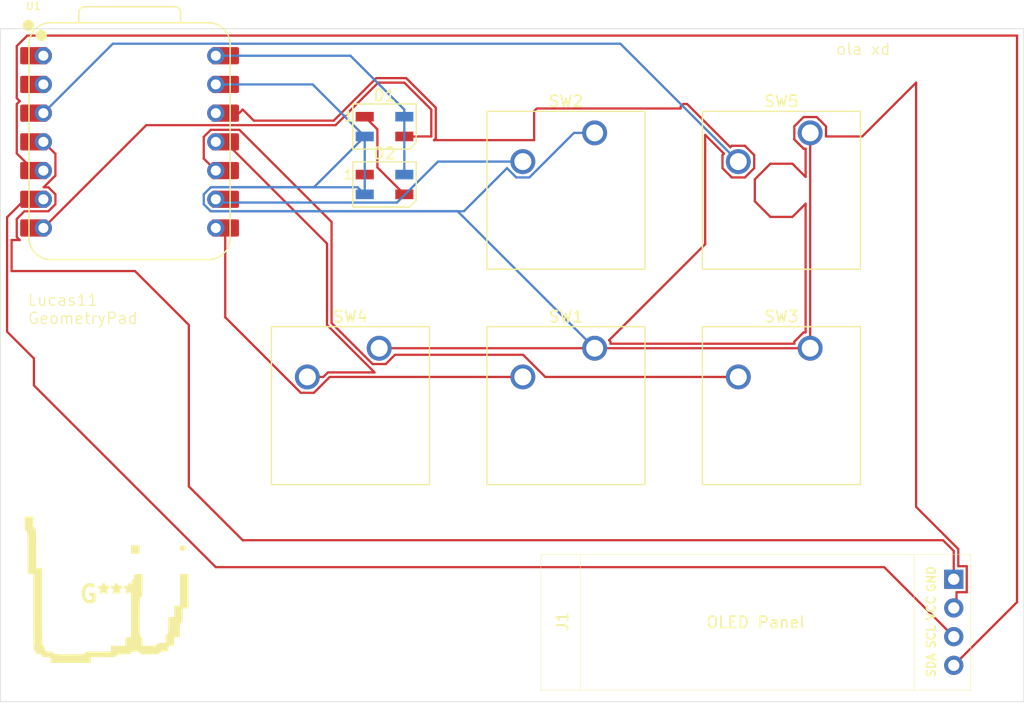
<source format=kicad_pcb>
(kicad_pcb (version 20241229) (generator "pcbnew") (generator_version "9.0")
  (layers (0 "F.Cu" signal) (2 "B.Cu" signal) (13 "F.Paste" user) (15 "B.Paste" user) (5 "F.SilkS" user "F.Silkscreen") (7 "B.SilkS" user "B.Silkscreen") (1 "F.Mask" user) (3 "B.Mask" user) (25 "Edge.Cuts" user))
  (net 0 "")
  (net 1 "Net-(D1-DOUT)")
  (net 2 "+5V")
  (net 3 "Net-(D1-DIN)")
  (net 4 "GND")
  (net 6 "Net-(U1-GPIO1{slash}RX)")
  (net 7 "Net-(U1-GPIO2{slash}SCK)")
  (net 8 "Net-(U1-GPIO4{slash}MISO)")
  (net 9 "Net-(U1-GPIO3{slash}MOSI)")
  (net 12 "Net-(J1-Pin_2)")
  (net 13 "Net-(J1-Pin_1)")
  (net 14 "Net-(J1-Pin_4)")
  (net 15 "Net-(J1-Pin_3)")
  (net 16 "Net-(U1-GPIO28{slash}ADC2{slash}A2)")
  (footprint "LED_SMD:LED_SK6812MINI_PLCC4_3.5x3.5mm_P1.75mm" (layer "F.Cu") (at 45.875 20.55625)
    (property "Reference" "D1" (at 0 -2.75 0) (layer "F.SilkS"))
    (property "Value" "SK6812MINI")
    (fp_line (start -2.8 -2) (end -2.8 2) (stroke (width 0.12)) (layer "F.SilkS"))
    (fp_line (start -2.8 -2) (end 2.8 -2) (stroke (width 0.12)) (layer "F.SilkS"))
    (fp_line (start -2.8 2) (end 2.2 2) (stroke (width 0.12)) (layer "F.SilkS"))
    (fp_line (start 2.8 1.4) (end 2.2 2) (stroke (width 0.12)) (layer "F.SilkS"))
    (fp_line (start 2.8 1.4) (end 2.8 -2) (stroke (width 0.12)) (layer "F.SilkS"))
    (fp_text user "1" (at -3.2 -0.875 0) (layer "F.SilkS") (effects (font (size 0.8 0.8))))
    (pad "1" smd rect (at -1.75 -0.875) (size 1.6 0.85) (layers "F.Cu" "F.Mask" "F.Paste") (net 1 "Net-(D1-DOUT)"))
    (pad "2" smd rect (at -1.75 0.875) (size 1.6 0.85) (layers "F.Mask" "B.Cu" "F.Paste") (net 4 "GND"))
    (pad "3" smd rect (at 1.75 0.875) (size 1.6 0.85) (layers "F.Cu" "F.Mask" "F.Paste") (net 3 "Net-(D1-DIN)"))
    (pad "4" smd rect (at 1.75 -0.875) (size 1.6 0.85) (layers "F.Mask" "B.Cu" "F.Paste") (net 2 "+5V"))
  )
  (footprint "Button_Switch_Keyboard:SW_Cherry_MX_1.00u_PCB" (layer "F.Cu") (at 64.4525 21.11375)
    (property "Reference" "SW2" (at -2.54 -2.794 0) (layer "F.SilkS"))
    (property "Value" "SW_Push")
    (fp_line (start -9.525 -1.905) (end 4.445 -1.905) (stroke (width 0.12)) (layer "F.SilkS"))
    (fp_line (start -9.525 12.065) (end -9.525 -1.905) (stroke (width 0.12)) (layer "F.SilkS"))
    (fp_line (start 4.445 -1.905) (end 4.445 12.065) (stroke (width 0.12)) (layer "F.SilkS"))
    (fp_line (start 4.445 12.065) (end -9.525 12.065) (stroke (width 0.12)) (layer "F.SilkS"))
    (pad "" np_thru_hole circle (at -7.62 5.08) (size 1.7 1.7) (drill 1.7) (layers "*.Cu" "*.Mask"))
    (pad "" np_thru_hole circle (at -2.54 5.08) (size 4 4) (drill 4) (layers "*.Cu" "*.Mask"))
    (pad "" np_thru_hole circle (at 2.54 5.08) (size 1.7 1.7) (drill 1.7) (layers "*.Cu" "*.Mask"))
    (pad "1" thru_hole circle (at 0 0) (size 2.2 2.2) (drill 1.5) (layers "*.Cu" "*.Mask") (net 4 "GND"))
    (pad "2" thru_hole circle (at -6.35 2.54) (size 2.2 2.2) (drill 1.5) (layers "*.Cu" "*.Mask") (net 7 "Net-(U1-GPIO2{slash}SCK)"))
  )
  (footprint "Button_Switch_Keyboard:SW_Cherry_MX_1.00u_PCB" (layer "F.Cu") (at 64.4525 40.16375)
    (property "Reference" "SW1" (at -2.54 -2.794 0) (layer "F.SilkS"))
    (property "Value" "SW_Push")
    (fp_line (start -9.525 -1.905) (end 4.445 -1.905) (stroke (width 0.12)) (layer "F.SilkS"))
    (fp_line (start -9.525 12.065) (end -9.525 -1.905) (stroke (width 0.12)) (layer "F.SilkS"))
    (fp_line (start 4.445 -1.905) (end 4.445 12.065) (stroke (width 0.12)) (layer "F.SilkS"))
    (fp_line (start 4.445 12.065) (end -9.525 12.065) (stroke (width 0.12)) (layer "F.SilkS"))
    (pad "" np_thru_hole circle (at -7.62 5.08) (size 1.7 1.7) (drill 1.7) (layers "*.Cu" "*.Mask"))
    (pad "" np_thru_hole circle (at -2.54 5.08) (size 4 4) (drill 4) (layers "*.Cu" "*.Mask"))
    (pad "" np_thru_hole circle (at 2.54 5.08) (size 1.7 1.7) (drill 1.7) (layers "*.Cu" "*.Mask"))
    (pad "1" thru_hole circle (at 0 0) (size 2.2 2.2) (drill 1.5) (layers "*.Cu" "*.Mask") (net 4 "GND"))
    (pad "2" thru_hole circle (at -6.35 2.54) (size 2.2 2.2) (drill 1.5) (layers "*.Cu" "*.Mask") (net 6 "Net-(U1-GPIO1{slash}RX)"))
  )
  (footprint "Button_Switch_Keyboard:SW_Cherry_MX_1.00u_PCB" (layer "F.Cu") (at 45.4025 40.16375)
    (property "Reference" "SW4" (at -2.54 -2.794 0) (layer "F.SilkS"))
    (property "Value" "SW_Push")
    (fp_line (start -9.525 -1.905) (end 4.445 -1.905) (stroke (width 0.12)) (layer "F.SilkS"))
    (fp_line (start -9.525 12.065) (end -9.525 -1.905) (stroke (width 0.12)) (layer "F.SilkS"))
    (fp_line (start 4.445 -1.905) (end 4.445 12.065) (stroke (width 0.12)) (layer "F.SilkS"))
    (fp_line (start 4.445 12.065) (end -9.525 12.065) (stroke (width 0.12)) (layer "F.SilkS"))
    (pad "" np_thru_hole circle (at -7.62 5.08) (size 1.7 1.7) (drill 1.7) (layers "*.Cu" "*.Mask"))
    (pad "" np_thru_hole circle (at -2.54 5.08) (size 4 4) (drill 4) (layers "*.Cu" "*.Mask"))
    (pad "" np_thru_hole circle (at 2.54 5.08) (size 1.7 1.7) (drill 1.7) (layers "*.Cu" "*.Mask"))
    (pad "1" thru_hole circle (at 0 0) (size 2.2 2.2) (drill 1.5) (layers "*.Cu" "*.Mask") (net 4 "GND"))
    (pad "2" thru_hole circle (at -6.35 2.54) (size 2.2 2.2) (drill 1.5) (layers "*.Cu" "*.Mask") (net 9 "Net-(U1-GPIO3{slash}MOSI)"))
  )
  (footprint "OLED_Screen:SSD1306-0.91-OLED-4pin-128x32" (layer "F.Cu") (at 59.69625 58.40875)
    (property "Reference" "J1" (at 1.9 5.91 90) (layer "F.SilkS"))
    (property "Value" "Conn_01x04_MountingPin")
    (fp_line (start 0 0) (end 0 12) (stroke (width 0.04)) (layer "F.SilkS"))
    (fp_line (start 0 12) (end 38 12) (stroke (width 0.04)) (layer "F.SilkS"))
    (fp_line (start 3.5 0) (end 3.5 12) (stroke (width 0.04)) (layer "F.SilkS"))
    (fp_line (start 33 0) (end 33 12) (stroke (width 0.04)) (layer "F.SilkS"))
    (fp_line (start 38 0) (end 0 0) (stroke (width 0.04)) (layer "F.SilkS"))
    (fp_line (start 38 12) (end 38 0) (stroke (width 0.04)) (layer "F.SilkS"))
    (fp_text user "OLED Panel" (at 19 6 0) (layer "F.SilkS"))
    (fp_text user "GND" (at 34.5 2.19 270) (layer "F.SilkS") (effects (font (size 0.75 0.75))))
    (fp_text user "VCC" (at 34.5 4.73 270) (layer "F.SilkS") (effects (font (size 0.75 0.75))))
    (fp_text user "SDA" (at 34.5 9.81 270) (layer "F.SilkS") (effects (font (size 0.75 0.75))))
    (fp_text user "SCL" (at 34.5 7.27 270) (layer "F.SilkS") (effects (font (size 0.75 0.75))))
    (pad "1" thru_hole rect (at 36.5 2.19) (size 1.7 1.7) (drill 1) (layers "*.Cu" "*.Mask") (net 13 "Net-(J1-Pin_1)"))
    (pad "2" thru_hole oval (at 36.5 4.73) (size 1.7 1.7) (drill 1) (layers "*.Cu" "*.Mask") (net 12 "Net-(J1-Pin_2)"))
    (pad "3" thru_hole oval (at 36.5 7.27) (size 1.7 1.7) (drill 1) (layers "*.Cu" "*.Mask") (net 15 "Net-(J1-Pin_3)"))
    (pad "4" thru_hole oval (at 36.5 9.81) (size 1.7 1.7) (drill 1) (layers "*.Cu" "*.Mask") (net 14 "Net-(J1-Pin_4)"))
  )
  (footprint "OPL:XIAO-RP2040-DIP" (layer "F.Cu") (at 23.33625 21.9075)
    (property "Reference" "U1" (at -8.5 -12 0) (layer "F.SilkS") (effects (font (size 0.635 0.635) (thickness 0.1016))))
    (property "Value" "XIAO-RP2040-DIP")
    (fp_line (start -8.89 8.509) (end -8.89 -8.636) (stroke (width 0.127)) (layer "F.SilkS"))
    (fp_line (start -6.985 10.414) (end 6.985 10.414) (stroke (width 0.127)) (layer "F.SilkS"))
    (fp_line (start -4.495 -10.541) (end -4.491272 -11.451272) (stroke (width 0.127)) (layer "F.SilkS"))
    (fp_line (start -3.991272 -11.951) (end 4.004 -11.951) (stroke (width 0.127)) (layer "F.SilkS"))
    (fp_line (start 4.504 -11.451) (end 4.504 -10.541) (stroke (width 0.127)) (layer "F.SilkS"))
    (fp_line (start 6.985 -10.541) (end -6.985 -10.541) (stroke (width 0.1)) (layer "F.SilkS"))
    (fp_line (start 6.985 -10.541) (end -6.985 -10.541) (stroke (width 0.127)) (layer "F.SilkS"))
    (fp_line (start 8.89 8.509) (end 8.89 -8.636) (stroke (width 0.127)) (layer "F.SilkS"))
    (fp_arc (start -8.89 -8.636) (mid -8.332038 -9.983038) (end -6.985 -10.541) (stroke (width 0.127)) (layer "F.SilkS"))
    (fp_arc (start -6.985 10.414) (mid -8.332038 9.856038) (end -8.89 8.509) (stroke (width 0.127)) (layer "F.SilkS"))
    (fp_arc (start -4.491272 -11.451272) (mid -4.344728 -11.80464) (end -3.991272 -11.951) (stroke (width 0.127)) (layer "F.SilkS"))
    (fp_arc (start 4.004 -11.951) (mid 4.357553 -11.804553) (end 4.504 -11.451) (stroke (width 0.127)) (layer "F.SilkS"))
    (fp_arc (start 6.985 -10.541) (mid 8.332038 -9.983038) (end 8.89 -8.636) (stroke (width 0.127)) (layer "F.SilkS"))
    (fp_arc (start 8.89 8.509) (mid 8.332038 9.856038) (end 6.985 10.414) (stroke (width 0.127)) (layer "F.SilkS"))
    (fp_circle (center -8.95 -10.3) (end -8.95 -10.554) (stroke (width 0.5)) (fill yes) (layer "F.SilkS"))
    (fp_circle (center -7.807 -9.42) (end -7.807 -9.674) (stroke (width 0.5)) (fill yes) (layer "F.SilkS"))
    (pad "1" smd roundrect (at -8.455 -7.62 180) (size 2.432 1.524) (layers "F.Cu" "F.Mask") (roundrect_rratio 0.1))
    (pad "1" thru_hole circle (at -7.62 -7.62 180) (size 1.524 1.524) (drill 0.889) (layers "*.Cu" "*.Mask"))
    (pad "2" smd roundrect (at -8.455 -5.08 180) (size 2.432 1.524) (layers "F.Cu" "F.Mask") (roundrect_rratio 0.1))
    (pad "2" thru_hole circle (at -7.62 -5.08 180) (size 1.524 1.524) (drill 0.889) (layers "*.Cu" "*.Mask"))
    (pad "3" smd roundrect (at -8.455 -2.54 180) (size 2.432 1.524) (layers "F.Cu" "F.Mask") (roundrect_rratio 0.1) (net 16 "Net-(U1-GPIO28{slash}ADC2{slash}A2)"))
    (pad "3" thru_hole circle (at -7.62 -2.54 180) (size 1.524 1.524) (drill 0.889) (layers "*.Cu" "*.Mask") (net 16 "Net-(U1-GPIO28{slash}ADC2{slash}A2)"))
    (pad "4" smd roundrect (at -8.455 0 180) (size 2.432 1.524) (layers "F.Cu" "F.Mask") (roundrect_rratio 0.1) (net 13 "Net-(J1-Pin_1)"))
    (pad "4" thru_hole circle (at -7.62 0 180) (size 1.524 1.524) (drill 0.889) (layers "*.Cu" "*.Mask") (net 13 "Net-(J1-Pin_1)"))
    (pad "5" smd roundrect (at -8.455 2.54 180) (size 2.432 1.524) (layers "F.Cu" "F.Mask") (roundrect_rratio 0.1) (net 14 "Net-(J1-Pin_4)"))
    (pad "5" thru_hole circle (at -7.62 2.54 180) (size 1.524 1.524) (drill 0.889) (layers "*.Cu" "*.Mask") (net 14 "Net-(J1-Pin_4)"))
    (pad "6" smd roundrect (at -8.455 5.08 180) (size 2.432 1.524) (layers "F.Cu" "F.Mask") (roundrect_rratio 0.1) (net 15 "Net-(J1-Pin_3)"))
    (pad "6" thru_hole circle (at -7.62 5.08 180) (size 1.524 1.524) (drill 0.889) (layers "*.Cu" "*.Mask") (net 15 "Net-(J1-Pin_3)"))
    (pad "7" smd roundrect (at -8.455 7.62 180) (size 2.432 1.524) (layers "F.Cu" "F.Mask") (roundrect_rratio 0.1) (net 3 "Net-(D1-DIN)"))
    (pad "7" thru_hole circle (at -7.62 7.62 180) (size 1.524 1.524) (drill 0.889) (layers "*.Cu" "*.Mask") (net 3 "Net-(D1-DIN)"))
    (pad "8" thru_hole circle (at 7.62 7.62) (size 1.524 1.524) (drill 0.889) (layers "*.Cu" "*.Mask") (net 6 "Net-(U1-GPIO1{slash}RX)"))
    (pad "8" smd roundrect (at 8.455 7.62) (size 2.432 1.524) (layers "F.Cu" "F.Mask") (roundrect_rratio 0.1) (net 6 "Net-(U1-GPIO1{slash}RX)"))
    (pad "9" thru_hole circle (at 7.62 5.08) (size 1.524 1.524) (drill 0.889) (layers "*.Cu" "*.Mask") (net 7 "Net-(U1-GPIO2{slash}SCK)"))
    (pad "9" smd roundrect (at 8.455 5.08) (size 2.432 1.524) (layers "F.Cu" "F.Mask") (roundrect_rratio 0.1) (net 7 "Net-(U1-GPIO2{slash}SCK)"))
    (pad "10" thru_hole circle (at 7.62 2.54) (size 1.524 1.524) (drill 0.889) (layers "*.Cu" "*.Mask") (net 8 "Net-(U1-GPIO4{slash}MISO)"))
    (pad "10" smd roundrect (at 8.455 2.54) (size 2.432 1.524) (layers "F.Cu" "F.Mask") (roundrect_rratio 0.1) (net 8 "Net-(U1-GPIO4{slash}MISO)"))
    (pad "11" thru_hole circle (at 7.62 0) (size 1.524 1.524) (drill 0.889) (layers "*.Cu" "*.Mask") (net 9 "Net-(U1-GPIO3{slash}MOSI)"))
    (pad "11" smd roundrect (at 8.455 0) (size 2.432 1.524) (layers "F.Cu" "F.Mask") (roundrect_rratio 0.1) (net 9 "Net-(U1-GPIO3{slash}MOSI)"))
    (pad "12" thru_hole circle (at 7.62 -2.54) (size 1.524 1.524) (drill 0.889) (layers "*.Cu" "*.Mask") (net 12 "Net-(J1-Pin_2)"))
    (pad "12" smd roundrect (at 8.455 -2.54) (size 2.432 1.524) (layers "F.Cu" "F.Mask") (roundrect_rratio 0.1) (net 12 "Net-(J1-Pin_2)"))
    (pad "13" thru_hole circle (at 7.62 -5.08) (size 1.524 1.524) (drill 0.889) (layers "*.Cu" "*.Mask") (net 4 "GND"))
    (pad "13" smd roundrect (at 8.455 -5.08) (size 2.432 1.524) (layers "F.Cu" "F.Mask") (roundrect_rratio 0.1) (net 4 "GND"))
    (pad "14" thru_hole circle (at 7.62 -7.62) (size 1.524 1.524) (drill 0.889) (layers "*.Cu" "*.Mask") (net 2 "+5V"))
    (pad "14" smd roundrect (at 8.455 -7.62) (size 2.432 1.524) (layers "F.Cu" "F.Mask") (roundrect_rratio 0.1) (net 2 "+5V"))
  )
  (footprint "Button_Switch_Keyboard:SW_Cherry_MX_1.00u_PCB" (layer "F.Cu") (at 83.5025 40.16375)
    (property "Reference" "SW3" (at -2.54 -2.794 0) (layer "F.SilkS"))
    (property "Value" "SW_Push")
    (fp_line (start -9.525 -1.905) (end 4.445 -1.905) (stroke (width 0.12)) (layer "F.SilkS"))
    (fp_line (start -9.525 12.065) (end -9.525 -1.905) (stroke (width 0.12)) (layer "F.SilkS"))
    (fp_line (start 4.445 -1.905) (end 4.445 12.065) (stroke (width 0.12)) (layer "F.SilkS"))
    (fp_line (start 4.445 12.065) (end -9.525 12.065) (stroke (width 0.12)) (layer "F.SilkS"))
    (pad "" np_thru_hole circle (at -7.62 5.08) (size 1.7 1.7) (drill 1.7) (layers "*.Cu" "*.Mask"))
    (pad "" np_thru_hole circle (at -2.54 5.08) (size 4 4) (drill 4) (layers "*.Cu" "*.Mask"))
    (pad "" np_thru_hole circle (at 2.54 5.08) (size 1.7 1.7) (drill 1.7) (layers "*.Cu" "*.Mask"))
    (pad "1" thru_hole circle (at 0 0) (size 2.2 2.2) (drill 1.5) (layers "*.Cu" "*.Mask") (net 4 "GND"))
    (pad "2" thru_hole circle (at -6.35 2.54) (size 2.2 2.2) (drill 1.5) (layers "*.Cu" "*.Mask") (net 8 "Net-(U1-GPIO4{slash}MISO)"))
  )
  (footprint "LOGO" (layer "F.Cu") (at 21.43125 61.9125)
    (property "Reference" "G***" (at 0 0 0) (layer "F.SilkS") (effects (font (size 1.5 1.5) (thickness 0.3))))
    (property "Value" "LOGO" (hide yes))
    (fp_poly (pts (xy 2.794 -3.937) (xy 2.794 -3.556) (xy 2.413 -3.556) (xy 2.032 -3.556) (xy 2.032 -3.937) (xy 2.032 -4.318) (xy 2.413 -4.318) (xy 2.794 -4.318)) (fill yes) (layer "F.SilkS"))
    (fp_poly (pts (xy 6.783908 -4.297021) (xy 6.850218 -4.198061) (xy 6.858 -4.064) (xy 6.83702 -3.884092) (xy 6.73806 -3.817782) (xy 6.604 -3.81) (xy 6.424091 -3.83098) (xy 6.357781 -3.92994) (xy 6.35 -4.064) (xy 6.370979 -4.243909) (xy 6.469939 -4.310219) (xy 6.604 -4.318)) (fill yes) (layer "F.SilkS"))
    (fp_poly (pts (xy -6.604 -6.35) (xy -6.594247 -6.055028) (xy -6.559672 -5.896659) (xy -6.492303 -5.843002) (xy -6.477 -5.842) (xy -6.434127 -5.821704) (xy -6.401906 -5.747353) (xy -6.378894 -5.598756) (xy -6.363649 -5.355723) (xy -6.35473 -4.998063) (xy -6.350693 -4.505584) (xy -6.35 -4.064) (xy -6.35 -2.286) (xy -6.096 -2.286) (xy -5.842 -2.286) (xy -5.842 1.143) (xy -5.841372 2.00418) (xy -5.839124 2.710781) (xy -5.834708 3.277553) (xy -5.82758 3.719249) (xy -5.817192 4.050618) (xy -5.802998 4.286411) (xy -5.784453 4.44138) (xy -5.761009 4.530275) (xy -5.73212 4.567847) (xy -5.715 4.572) (xy -5.614174 4.647728) (xy -5.588 4.826) (xy -5.576956 4.982188) (xy -5.513186 5.056164) (xy -5.350737 5.078564) (xy -5.207 5.08) (xy -4.955878 5.09662) (xy -4.841492 5.153134) (xy -4.826 5.207) (xy -4.803839 5.254678) (xy -4.722318 5.289016) (xy -4.558881 5.312064) (xy -4.290974 5.325873) (xy -3.896041 5.332493) (xy -3.429 5.334) (xy -2.904537 5.331985) (xy -2.526818 5.324574) (xy -2.273289 5.309716) (xy -2.121394 5.285361) (xy -2.048577 5.249458) (xy -2.032 5.207) (xy -2.007888 5.154964) (xy -1.919119 5.118999) (xy -1.741049 5.096366) (xy -1.449031 5.084325) (xy -1.018421 5.08014) (xy -0.889 5.08) (xy 0.254 5.08) (xy 0.254 4.826) (xy 0.254 4.572) (xy 0.889 4.572) (xy 1.524 4.572) (xy 1.524 4.191) (xy 1.531363 3.956717) (xy 1.573876 3.845753) (xy 1.682175 3.812153) (xy 1.778 3.81) (xy 2.032 3.81) (xy 2.032 1.27) (xy 2.032911 0.538941) (xy 2.036215 -0.039844) (xy 2.042763 -0.483407) (xy 2.053409 -0.808803) (xy 2.069004 -1.033083) (xy 2.090402 -1.1733) (xy 2.118455 -1.246508) (xy 2.154016 -1.269758) (xy 2.159 -1.27) (xy 2.259826 -1.345729) (xy 2.286 -1.524) (xy 2.297044 -1.680189) (xy 2.360814 -1.754165) (xy 2.523263 -1.776565) (xy 2.667 -1.778) (xy 3.048 -1.778) (xy 3.048 -0.762) (xy 3.044815 -0.32396) (xy 3.033104 -0.029265) (xy 3.009627 0.147989) (xy 2.971147 0.233707) (xy 2.921 0.254) (xy 2.878126 0.274296) (xy 2.845905 0.348647) (xy 2.822893 0.497244) (xy 2.807648 0.740277) (xy 2.798729 1.097937) (xy 2.794692 1.590416) (xy 2.794 2.032) (xy 2.795449 2.632225) (xy 2.80076 3.083326) (xy 2.811374 3.405493) (xy 2.828734 3.618918) (xy 2.854281 3.74379) (xy 2.889458 3.800302) (xy 2.921 3.81) (xy 3.004707 3.859861) (xy 3.042836 4.029402) (xy 3.048 4.191) (xy 3.048 4.572) (xy 3.683 4.572) (xy 4.017945 4.565347) (xy 4.214554 4.541306) (xy 4.30345 4.493752) (xy 4.318 4.445) (xy 4.367861 4.361292) (xy 4.537402 4.323163) (xy 4.699 4.318) (xy 5.08 4.318) (xy 5.08 3.937) (xy 5.09662 3.685877) (xy 5.153134 3.571491) (xy 5.207 3.556) (xy 5.268958 3.526304) (xy 5.307551 3.417927) (xy 5.327601 3.20193) (xy 5.333933 2.849374) (xy 5.334 2.794) (xy 5.334 2.032) (xy 5.588 2.032) (xy 5.842 2.032) (xy 5.842 1.524) (xy 5.842 1.016) (xy 6.096 1.016) (xy 6.35 1.016) (xy 6.35 -0.381) (xy 6.35 -1.778) (xy 6.731 -1.778) (xy 7.112 -1.778) (xy 7.112 -0.254) (xy 7.112 1.27) (xy 6.858 1.27) (xy 6.604 1.27) (xy 6.604 1.905) (xy 6.597347 2.239945) (xy 6.573306 2.436554) (xy 6.525752 2.52545) (xy 6.477 2.54) (xy 6.41001 2.573263) (xy 6.370689 2.693468) (xy 6.352909 2.931238) (xy 6.35 3.175) (xy 6.35 3.81) (xy 6.096 3.81) (xy 5.939811 3.821044) (xy 5.865835 3.884814) (xy 5.843435 4.047263) (xy 5.842 4.191) (xy 5.834636 4.425282) (xy 5.792123 4.536246) (xy 5.683824 4.569846) (xy 5.588 4.572) (xy 5.408091 4.592979) (xy 5.341781 4.691939) (xy 5.334 4.826) (xy 5.322955 4.982188) (xy 5.259185 5.056164) (xy 5.096736 5.078564) (xy 4.953 5.08) (xy 4.701877 5.09662) (xy 4.587491 5.153134) (xy 4.572 5.207) (xy 4.544745 5.264995) (xy 4.444757 5.302722) (xy 4.244701 5.324087) (xy 3.917242 5.332994) (xy 3.683 5.334) (xy 3.277033 5.330106) (xy 3.012941 5.315822) (xy 2.863387 5.287243) (xy 2.801036 5.240463) (xy 2.794 5.207) (xy 2.744138 5.123292) (xy 2.574597 5.085163) (xy 2.413 5.08) (xy 2.161877 5.09662) (xy 2.047491 5.153134) (xy 2.032 5.207) (xy 1.998736 5.273989) (xy 1.878531 5.31331) (xy 1.640761 5.33109) (xy 1.397 5.334) (xy 1.062054 5.340652) (xy 0.865445 5.364693) (xy 0.776549 5.412247) (xy 0.762 5.461) (xy 0.737887 5.513035) (xy 0.649118 5.549) (xy 0.471048 5.571633) (xy 0.17903 5.583674) (xy -0.25158 5.587859) (xy -0.381 5.588) (xy -1.524 5.588) (xy -1.524 5.842) (xy -1.524 6.096) (xy -3.302 6.096) (xy -5.08 6.096) (xy -5.08 5.842) (xy -5.091045 5.685811) (xy -5.154815 5.611835) (xy -5.317264 5.589435) (xy -5.461 5.588) (xy -5.712123 5.571379) (xy -5.826509 5.514865) (xy -5.842 5.461) (xy -5.917729 5.360173) (xy -6.096 5.334) (xy -6.297653 5.296135) (xy -6.35 5.207) (xy -6.417773 5.094751) (xy -6.477 5.08) (xy -6.508896 5.06304) (xy -6.535066 5.002329) (xy -6.556058 4.883115) (xy -6.572417 4.690647) (xy -6.58469 4.410174) (xy -6.593423 4.026945) (xy -6.599163 3.52621) (xy -6.602455 2.893218) (xy -6.603847 2.113217) (xy -6.604 1.651) (xy -6.604 -1.778) (xy -6.858 -1.778) (xy -7.112 -1.778) (xy -7.112 -3.683) (xy -7.113323 -4.3067) (xy -7.11816 -4.78063) (xy -7.127815 -5.124341) (xy -7.143591 -5.357381) (xy -7.166791 -5.499302) (xy -7.198718 -5.569651) (xy -7.239 -5.588) (xy -7.30599 -5.621264) (xy -7.345311 -5.741469) (xy -7.363091 -5.979239) (xy -7.366 -6.223) (xy -7.366 -6.858) (xy -6.985 -6.858) (xy -6.604 -6.858)) (fill yes) (layer "F.SilkS"))
  )
  (footprint "Button_Switch_Keyboard:SW_Cherry_MX_1.00u_PCB" (layer "F.Cu") (at 83.5025 21.11375)
    (property "Reference" "SW5" (at -2.54 -2.794 0) (layer "F.SilkS"))
    (property "Value" "SW_Push")
    (fp_line (start -9.525 -1.905) (end 4.445 -1.905) (stroke (width 0.12)) (layer "F.SilkS"))
    (fp_line (start -9.525 12.065) (end -9.525 -1.905) (stroke (width 0.12)) (layer "F.SilkS"))
    (fp_line (start 4.445 -1.905) (end 4.445 12.065) (stroke (width 0.12)) (layer "F.SilkS"))
    (fp_line (start 4.445 12.065) (end -9.525 12.065) (stroke (width 0.12)) (layer "F.SilkS"))
    (pad "" np_thru_hole circle (at -7.62 5.08) (size 1.7 1.7) (drill 1.7) (layers "*.Cu" "*.Mask"))
    (pad "" np_thru_hole circle (at -2.54 5.08) (size 4 4) (drill 4) (layers "*.Cu" "*.Mask"))
    (pad "" np_thru_hole circle (at 2.54 5.08) (size 1.7 1.7) (drill 1.7) (layers "*.Cu" "*.Mask"))
    (pad "1" thru_hole circle (at 0 0) (size 2.2 2.2) (drill 1.5) (layers "*.Cu" "*.Mask") (net 4 "GND"))
    (pad "2" thru_hole circle (at -6.35 2.54) (size 2.2 2.2) (drill 1.5) (layers "*.Cu" "*.Mask") (net 16 "Net-(U1-GPIO28{slash}ADC2{slash}A2)"))
  )
  (footprint "LED_SMD:LED_SK6812MINI_PLCC4_3.5x3.5mm_P1.75mm" (layer "F.Cu") (at 45.875 25.67625)
    (property "Reference" "D2" (at 0 -2.75 0) (layer "F.SilkS"))
    (property "Value" "SK6812MINI")
    (fp_line (start -2.8 -2) (end -2.8 2) (stroke (width 0.12)) (layer "F.SilkS"))
    (fp_line (start -2.8 -2) (end 2.8 -2) (stroke (width 0.12)) (layer "F.SilkS"))
    (fp_line (start -2.8 2) (end 2.2 2) (stroke (width 0.12)) (layer "F.SilkS"))
    (fp_line (start 2.8 1.4) (end 2.2 2) (stroke (width 0.12)) (layer "F.SilkS"))
    (fp_line (start 2.8 1.4) (end 2.8 -2) (stroke (width 0.12)) (layer "F.SilkS"))
    (fp_text user "1" (at -3.2 -0.875 0) (layer "F.SilkS") (effects (font (size 0.8 0.8))))
    (pad "1" smd rect (at -1.75 -0.875) (size 1.6 0.85) (layers "F.Cu" "F.Mask" "F.Paste"))
    (pad "2" smd rect (at -1.75 0.875) (size 1.6 0.85) (layers "F.Mask" "B.Cu" "F.Paste") (net 4 "GND"))
    (pad "3" smd rect (at 1.75 0.875) (size 1.6 0.85) (layers "F.Cu" "F.Mask" "F.Paste") (net 1 "Net-(D1-DOUT)"))
    (pad "4" smd rect (at 1.75 -0.875) (size 1.6 0.85) (layers "F.Mask" "B.Cu" "F.Paste") (net 2 "+5V"))
  )
  (gr_rect (start 11.90625 11.90625) (end 102.39375 71.4375) (stroke (width 0.05)) (fill no) (layer "Edge.Cuts"))
  (gr_text "Lucas11 \nGeometryPad" (at 14.2875 38.1 0) (layer "F.SilkS") (effects (font (size 1 1) (thickness 0.1)) (justify left bottom)))
  (gr_text "ola xd" (at 85.725 14.2875 0) (layer "F.SilkS") (effects (font (size 1 1) (thickness 0.1)) (justify left bottom)))
  (segment (start 45.24375 20.8) (end 45.24375 24.17) (width 0.2) (layer "F.Cu") (net 1))
  (segment (start 45.24375 24.17) (end 47.625 26.55125) (width 0.2) (layer "F.Cu") (net 1))
  (segment (start 44.125 19.68125) (end 45.24375 20.8) (width 0.2) (layer "F.Cu") (net 1))
  (segment (start 47.625 19.05) (end 47.625 19.68125) (width 0.2) (layer "B.Cu") (net 2))
  (segment (start 30.95625 14.2875) (end 42.8625 14.2875) (width 0.2) (layer "B.Cu") (net 2))
  (segment (start 47.625 24.80125) (end 47.625 19.68125) (width 0.2) (layer "B.Cu") (net 2))
  (segment (start 42.8625 14.2875) (end 47.625 19.05) (width 0.2) (layer "B.Cu") (net 2))
  (segment (start 24.81325 20.4305) (end 41.54875 20.4305) (width 0.2) (layer "F.Cu") (net 3))
  (segment (start 41.54875 20.4305) (end 45.3105 16.66875) (width 0.2) (layer "F.Cu") (net 3))
  (segment (start 15.71625 29.5275) (end 24.81325 20.4305) (width 0.2) (layer "F.Cu") (net 3))
  (segment (start 50.00625 19.05) (end 50.00625 21.43125) (width 0.2) (layer "F.Cu") (net 3))
  (segment (start 50.00625 21.43125) (end 47.625 21.43125) (width 0.2) (layer "F.Cu") (net 3))
  (segment (start 47.625 16.66875) (end 50.00625 19.05) (width 0.2) (layer "F.Cu") (net 3))
  (segment (start 45.3105 16.66875) (end 47.625 16.66875) (width 0.2) (layer "F.Cu") (net 3))
  (segment (start 45.4025 40.16375) (end 64.4525 40.16375) (width 0.2) (layer "F.Cu") (net 4))
  (segment (start 83.5025 40.16375) (end 64.4525 40.16375) (width 0.2) (layer "F.Cu") (net 4))
  (segment (start 83.5025 21.11375) (end 83.5025 40.16375) (width 0.2) (layer "F.Cu") (net 4))
  (segment (start 29.89325 27.42781) (end 30.51594 28.0505) (width 0.2) (layer "B.Cu") (net 4))
  (segment (start 44.125 21.43125) (end 39.63175 25.9245) (width 0.2) (layer "B.Cu") (net 4))
  (segment (start 56.7015 24.234064) (end 57.522186 25.05475) (width 0.2) (layer "B.Cu") (net 4))
  (segment (start 62.623814 21.11375) (end 64.4525 21.11375) (width 0.2) (layer "B.Cu") (net 4))
  (segment (start 43.49825 25.9245) (end 30.51594 25.9245) (width 0.2) (layer "B.Cu") (net 4))
  (segment (start 29.89325 26.54719) (end 29.89325 27.42781) (width 0.2) (layer "B.Cu") (net 4))
  (segment (start 39.52125 16.8275) (end 44.125 21.43125) (width 0.2) (layer "B.Cu") (net 4))
  (segment (start 30.51594 25.9245) (end 29.89325 26.54719) (width 0.2) (layer "B.Cu") (net 4))
  (segment (start 58.682814 25.05475) (end 62.623814 21.11375) (width 0.2) (layer "B.Cu") (net 4))
  (segment (start 30.51594 28.0505) (end 52.33925 28.0505) (width 0.2) (layer "B.Cu") (net 4))
  (segment (start 57.522186 25.05475) (end 58.682814 25.05475) (width 0.2) (layer "B.Cu") (net 4))
  (segment (start 39.63175 25.9245) (end 30.51594 25.9245) (width 0.2) (layer "B.Cu") (net 4))
  (segment (start 44.125 26.55125) (end 44.125 21.43125) (width 0.2) (layer "B.Cu") (net 4))
  (segment (start 52.33925 28.0505) (end 64.4525 40.16375) (width 0.2) (layer "B.Cu") (net 4))
  (segment (start 30.95625 16.8275) (end 39.52125 16.8275) (width 0.2) (layer "B.Cu") (net 4))
  (segment (start 30.51594 28.0505) (end 52.885064 28.0505) (width 0.2) (layer "B.Cu") (net 4))
  (segment (start 44.125 26.55125) (end 43.49825 25.9245) (width 0.2) (layer "B.Cu") (net 4))
  (segment (start 52.885064 28.0505) (end 56.7015 24.234064) (width 0.2) (layer "B.Cu") (net 4))
  (segment (start 58.1025 42.70375) (end 41.033814 42.70375) (width 0.2) (layer "F.Cu") (net 6))
  (segment (start 38.472186 44.10475) (end 31.79125 37.423814) (width 0.2) (layer "F.Cu") (net 6))
  (segment (start 31.79125 37.423814) (end 31.79125 29.5275) (width 0.2) (layer "F.Cu") (net 6))
  (segment (start 41.033814 42.70375) (end 39.632814 44.10475) (width 0.2) (layer "F.Cu") (net 6))
  (segment (start 39.632814 44.10475) (end 38.472186 44.10475) (width 0.2) (layer "F.Cu") (net 6))
  (segment (start 58.1025 23.65375) (end 50.5995 23.65375) (width 0.2) (layer "B.Cu") (net 7))
  (segment (start 46.976 27.27725) (end 31.246 27.27725) (width 0.2) (layer "B.Cu") (net 7))
  (segment (start 50.5995 23.65375) (end 46.976 27.27725) (width 0.2) (layer "B.Cu") (net 7))
  (segment (start 31.246 27.27725) (end 30.95625 26.9875) (width 0.2) (layer "B.Cu") (net 7))
  (segment (start 45.982814 41.56475) (end 44.822186 41.56475) (width 0.2) (layer "F.Cu") (net 8))
  (segment (start 29.89325 23.3845) (end 30.95625 24.4475) (width 0.2) (layer "F.Cu") (net 8))
  (segment (start 33.046876 20.8445) (end 30.51594 20.8445) (width 0.2) (layer "F.Cu") (net 8))
  (segment (start 46.8035 40.744064) (end 45.982814 41.56475) (width 0.2) (layer "F.Cu") (net 8))
  (segment (start 30.51594 20.8445) (end 29.89325 21.46719) (width 0.2) (layer "F.Cu") (net 8))
  (segment (start 29.89325 21.46719) (end 29.89325 23.3845) (width 0.2) (layer "F.Cu") (net 8))
  (segment (start 60.083814 42.70375) (end 58.124128 40.744064) (width 0.2) (layer "F.Cu") (net 8))
  (segment (start 44.822186 41.56475) (end 41.192564 37.935128) (width 0.2) (layer "F.Cu") (net 8))
  (segment (start 77.1525 42.70375) (end 60.083814 42.70375) (width 0.2) (layer "F.Cu") (net 8))
  (segment (start 41.192564 28.990188) (end 33.046876 20.8445) (width 0.2) (layer "F.Cu") (net 8))
  (segment (start 41.192564 37.935128) (end 41.192564 28.990188) (width 0.2) (layer "F.Cu") (net 8))
  (segment (start 58.124128 40.744064) (end 46.8035 40.744064) (width 0.2) (layer "F.Cu") (net 8))
  (segment (start 44.993086 42.30275) (end 40.791564 38.101228) (width 0.2) (layer "F.Cu") (net 9))
  (segment (start 40.791564 30.907814) (end 31.79125 21.9075) (width 0.2) (layer "F.Cu") (net 9))
  (segment (start 40.466714 42.70375) (end 40.867714 42.30275) (width 0.2) (layer "F.Cu") (net 9))
  (segment (start 39.0525 42.70375) (end 40.466714 42.70375) (width 0.2) (layer "F.Cu") (net 9))
  (segment (start 40.867714 42.30275) (end 44.993086 42.30275) (width 0.2) (layer "F.Cu") (net 9))
  (segment (start 40.791564 38.101228) (end 40.791564 30.907814) (width 0.2) (layer "F.Cu") (net 9))
  (segment (start 82.1015 21.694064) (end 82.922186 22.51475) (width 0.2) (layer "F.Cu") (net 12))
  (segment (start 65.8535 39.583436) (end 65.726707 39.456643) (width 0.2) (layer "F.Cu") (net 12))
  (segment (start 75.7515 23.073436) (end 75.7515 24.234064) (width 0.2) (layer "F.Cu") (net 12))
  (segment (start 65.726707 39.456643) (end 74.21975 30.9636) (width 0.2) (layer "F.Cu") (net 12))
  (segment (start 78.6115 27.167566) (end 79.988684 28.54475) (width 0.2) (layer "F.Cu") (net 12))
  (segment (start 97.34725 61.74975) (end 97.34725 59.44775) (width 0.2) (layer "F.Cu") (net 12))
  (segment (start 84.9035 21.43125) (end 84.9035 20.533436) (width 0.2) (layer "F.Cu") (net 12))
  (segment (start 76.445393 22.379543) (end 72.6201 18.55425) (width 0.2) (layer "F.Cu") (net 12))
  (segment (start 75.878293 22.946643) (end 75.7515 23.073436) (width 0.2) (layer "F.Cu") (net 12))
  (segment (start 96.59725 59.44775) (end 96.59725 57.93015) (width 0.2) (layer "F.Cu") (net 12))
  (segment (start 72.053 18.95525) (end 59.3374 18.95525) (width 0.2) (layer "F.Cu") (net 12))
  (segment (start 84.9035 20.533436) (end 84.082814 19.71275) (width 0.2) (layer "F.Cu") (net 12))
  (segment (start 82.922186 38.76275) (end 82.1015 39.583436) (width 0.2) (layer "F.Cu") (net 12))
  (segment (start 92.86875 54.20165) (end 92.86875 16.66875) (width 0.2) (layer "F.Cu") (net 12))
  (segment (start 50.40725 21.59735) (end 50.40725 18.8839) (width 0.2) (layer "F.Cu") (net 12))
  (segment (start 82.922186 19.71275) (end 82.1015 20.533436) (width 0.2) (layer "F.Cu") (net 12))
  (segment (start 50.24835 21.75625) (end 50.40725 21.59735) (width 0.2) (layer "F.Cu") (net 12))
  (segment (start 83.1015 25.007934) (end 81.936316 23.84275) (width 0.2) (layer "F.Cu") (net 12))
  (segment (start 83.1015 27.379566) (end 83.1015 38.76275) (width 0.2) (layer "F.Cu") (net 12))
  (segment (start 78.5535 23.073436) (end 77.732814 22.25275) (width 0.2) (layer "F.Cu") (net 12))
  (segment (start 96.440625 62.894375) (end 96.440625 61.74975) (width 0.2) (layer "F.Cu") (net 12))
  (segment (start 96.59725 57.93015) (end 92.86875 54.20165) (width 0.2) (layer "F.Cu") (net 12))
  (segment (start 82.1015 39.76275) (end 65.8535 39.76275) (width 0.2) (layer "F.Cu") (net 12))
  (segment (start 84.082814 19.71275) (end 82.922186 19.71275) (width 0.2) (layer "F.Cu") (net 12))
  (segment (start 72.6201 18.55425) (end 72.2879 18.55425) (width 0.2) (layer "F.Cu") (net 12))
  (segment (start 83.1015 38.76275) (end 82.922186 38.76275) (width 0.2) (layer "F.Cu") (net 12))
  (segment (start 79.988684 23.84275) (end 78.6115 25.219934) (width 0.2) (layer "F.Cu") (net 12))
  (segment (start 34.317 20.0295) (end 33.3375 19.05) (width 0.2) (layer "F.Cu") (net 12))
  (segment (start 31.79125 19.3675) (end 33.02 19.3675) (width 0.2) (layer "F.Cu") (net 12))
  (segment (start 72.053 18.78915) (end 72.053 18.95525) (width 0.2) (layer "F.Cu") (net 12))
  (segment (start 76.572186 22.25275) (end 76.445393 22.379543) (width 0.2) (layer "F.Cu") (net 12))
  (segment (start 77.732814 25.05475) (end 78.5535 24.234064) (width 0.2) (layer "F.Cu") (net 12))
  (segment (start 76.572186 25.05475) (end 77.732814 25.05475) (width 0.2) (layer "F.Cu") (net 12))
  (segment (start 96.19625 63.13875) (end 96.440625 62.894375) (width 0.2) (layer "F.Cu") (net 12))
  (segment (start 72.2879 18.55425) (end 72.053 18.78915) (width 0.2) (layer "F.Cu") (net 12))
  (segment (start 92.86875 16.66875) (end 88.10625 21.43125) (width 0.2) (layer "F.Cu") (net 12))
  (segment (start 77.732814 22.25275) (end 76.572186 22.25275) (width 0.2) (layer "F.Cu") (net 12))
  (segment (start 33.02 19.3675) (end 33.3375 19.05) (width 0.2) (layer "F.Cu") (net 12))
  (segment (start 88.10625 21.43125) (end 84.9035 21.43125) (width 0.2) (layer "F.Cu") (net 12))
  (segment (start 81.936316 23.84275) (end 79.988684 23.84275) (width 0.2) (layer "F.Cu") (net 12))
  (segment (start 78.5535 24.234064) (end 78.5535 23.073436) (width 0.2) (layer "F.Cu") (net 12))
  (segment (start 97.34725 59.44775) (end 96.59725 59.44775) (width 0.2) (layer "F.Cu") (net 12))
  (segment (start 83.1015 22.51475) (end 83.1015 25.007934) (width 0.2) (layer "F.Cu") (net 12))
  (segment (start 82.1015 39.583436) (end 82.1015 39.76275) (width 0.2) (layer "F.Cu") (net 12))
  (segment (start 45.1444 16.26775) (end 41.38265 20.0295) (width 0.2) (layer "F.Cu") (net 12))
  (segment (start 74.21975 21.2881) (end 75.878293 22.946643) (width 0.2) (layer "F.Cu") (net 12))
  (segment (start 82.1015 20.533436) (end 82.1015 21.694064) (width 0.2) (layer "F.Cu") (net 12))
  (segment (start 96.440625 61.74975) (end 97.34725 61.74975) (width 0.2) (layer "F.Cu") (net 12))
  (segment (start 50.40725 18.8839) (end 47.7911 16.26775) (width 0.2) (layer "F.Cu") (net 12))
  (segment (start 74.21975 30.9636) (end 74.21975 21.2881) (width 0.2) (layer "F.Cu") (net 12))
  (segment (start 65.8535 39.76275) (end 65.8535 39.583436) (width 0.2) (layer "F.Cu") (net 12))
  (segment (start 59.3374 18.95525) (end 59.1025 19.19015) (width 0.2) (layer "F.Cu") (net 12))
  (segment (start 41.38265 20.0295) (end 34.317 20.0295) (width 0.2) (layer "F.Cu") (net 12))
  (segment (start 47.7911 16.26775) (end 45.1444 16.26775) (width 0.2) (layer "F.Cu") (net 12))
  (segment (start 82.922186 22.51475) (end 83.1015 22.51475) (width 0.2) (layer "F.Cu") (net 12))
  (segment (start 59.1025 21.75625) (end 50.24835 21.75625) (width 0.2) (layer "F.Cu") (net 12))
  (segment (start 78.6115 25.219934) (end 78.6115 27.167566) (width 0.2) (layer "F.Cu") (net 12))
  (segment (start 75.7515 24.234064) (end 76.572186 25.05475) (width 0.2) (layer "F.Cu") (net 12))
  (segment (start 81.936316 28.54475) (end 83.1015 27.379566) (width 0.2) (layer "F.Cu") (net 12))
  (segment (start 79.988684 28.54475) (end 81.936316 28.54475) (width 0.2) (layer "F.Cu") (net 12))
  (segment (start 59.1025 19.19015) (end 59.1025 21.75625) (width 0.2) (layer "F.Cu") (net 12))
  (segment (start 33.3375 57.15) (end 28.575 52.3875) (width 0.2) (layer "F.Cu") (net 13))
  (segment (start 16.77925 22.9705) (end 15.71625 21.9075) (width 0.2) (layer "F.Cu") (net 13))
  (segment (start 13.625624 30.5905) (end 13.36425 30.329126) (width 0.2) (layer "F.Cu") (net 13))
  (segment (start 13.36425 30.329126) (end 13.36425 28.725874) (width 0.2) (layer "F.Cu") (net 13))
  (segment (start 13.36425 28.725874) (end 14.039624 28.0505) (width 0.2) (layer "F.Cu") (net 13))
  (segment (start 16.77925 26.54719) (end 16.15656 25.9245) (width 0.2) (layer "F.Cu") (net 13))
  (segment (start 16.15656 28.0505) (end 16.77925 27.42781) (width 0.2) (layer "F.Cu") (net 13))
  (segment (start 12.90825 33.3375) (end 12.90825 30.5905) (width 0.2) (layer "F.Cu") (net 13))
  (segment (start 96.19625 58.09625) (end 95.25 57.15) (width 0.2) (layer "F.Cu") (net 13))
  (segment (start 16.77925 24.88781) (end 16.77925 22.9705) (width 0.2) (layer "F.Cu") (net 13))
  (segment (start 16.77925 27.42781) (end 16.77925 26.54719) (width 0.2) (layer "F.Cu") (net 13))
  (segment (start 28.575 52.3875) (end 28.575 38.1) (width 0.2) (layer "F.Cu") (net 13))
  (segment (start 96.19625 60.59875) (end 96.19625 58.09625) (width 0.2) (layer "F.Cu") (net 13))
  (segment (start 14.039624 28.0505) (end 16.15656 28.0505) (width 0.2) (layer "F.Cu") (net 13))
  (segment (start 12.90825 30.5905) (end 13.625624 30.5905) (width 0.2) (layer "F.Cu") (net 13))
  (segment (start 16.15656 25.9245) (end 15.74256 25.9245) (width 0.2) (layer "F.Cu") (net 13))
  (segment (start 15.74256 25.9245) (end 16.77925 24.88781) (width 0.2) (layer "F.Cu") (net 13))
  (segment (start 28.575 38.1) (end 23.8125 33.3375) (width 0.2) (layer "F.Cu") (net 13))
  (segment (start 95.25 57.15) (end 33.3375 57.15) (width 0.2) (layer "F.Cu") (net 13))
  (segment (start 23.8125 33.3375) (end 12.90825 33.3375) (width 0.2) (layer "F.Cu") (net 13))
  (segment (start 14.2875 12.50725) (end 13.36425 13.4305) (width 0.2) (layer "F.Cu") (net 14))
  (segment (start 13.625624 18.3045) (end 13.36425 18.565874) (width 0.2) (layer "F.Cu") (net 14))
  (segment (start 13.36425 18.043126) (end 13.625624 18.3045) (width 0.2) (layer "F.Cu") (net 14))
  (segment (start 101.79275 62.62225) (end 101.79275 12.50725) (width 0.2) (layer "F.Cu") (net 14))
  (segment (start 101.79275 12.50725) (end 14.2875 12.50725) (width 0.2) (layer "F.Cu") (net 14))
  (segment (start 13.36425 22.9305) (end 14.88125 24.4475) (width 0.2) (layer "F.Cu") (net 14))
  (segment (start 13.36425 13.4305) (end 13.36425 18.043126) (width 0.2) (layer "F.Cu") (net 14))
  (segment (start 96.19625 68.21875) (end 101.79275 62.62225) (width 0.2) (layer "F.Cu") (net 14))
  (segment (start 13.36425 18.565874) (end 13.36425 22.9305) (width 0.2) (layer "F.Cu") (net 14))
  (segment (start 14.09475 26.9875) (end 14.88125 26.9875) (width 0.2) (layer "F.Cu") (net 15))
  (segment (start 14.88125 41.075) (end 12.50725 38.701) (width 0.2) (layer "F.Cu") (net 15))
  (segment (start 12.50725 28.575) (end 14.09475 26.9875) (width 0.2) (layer "F.Cu") (net 15))
  (segment (start 12.50725 38.701) (end 12.50725 28.575) (width 0.2) (layer "F.Cu") (net 15))
  (segment (start 90.04875 59.53125) (end 30.95625 59.53125) (width 0.2) (layer "F.Cu") (net 15))
  (segment (start 30.95625 59.53125) (end 14.88125 43.45625) (width 0.2) (layer "F.Cu") (net 15))
  (segment (start 96.19625 65.67875) (end 90.04875 59.53125) (width 0.2) (layer "F.Cu") (net 15))
  (segment (start 14.88125 43.45625) (end 14.88125 41.075) (width 0.2) (layer "F.Cu") (net 15))
  (segment (start 15.71625 19.3675) (end 21.85925 13.2245) (width 0.2) (layer "B.Cu") (net 16))
  (segment (start 21.85925 13.2245) (end 66.72325 13.2245) (width 0.2) (layer "B.Cu") (net 16))
  (segment (start 66.72325 13.2245) (end 77.1525 23.65375) (width 0.2) (layer "B.Cu") (net 16))
)
</source>
